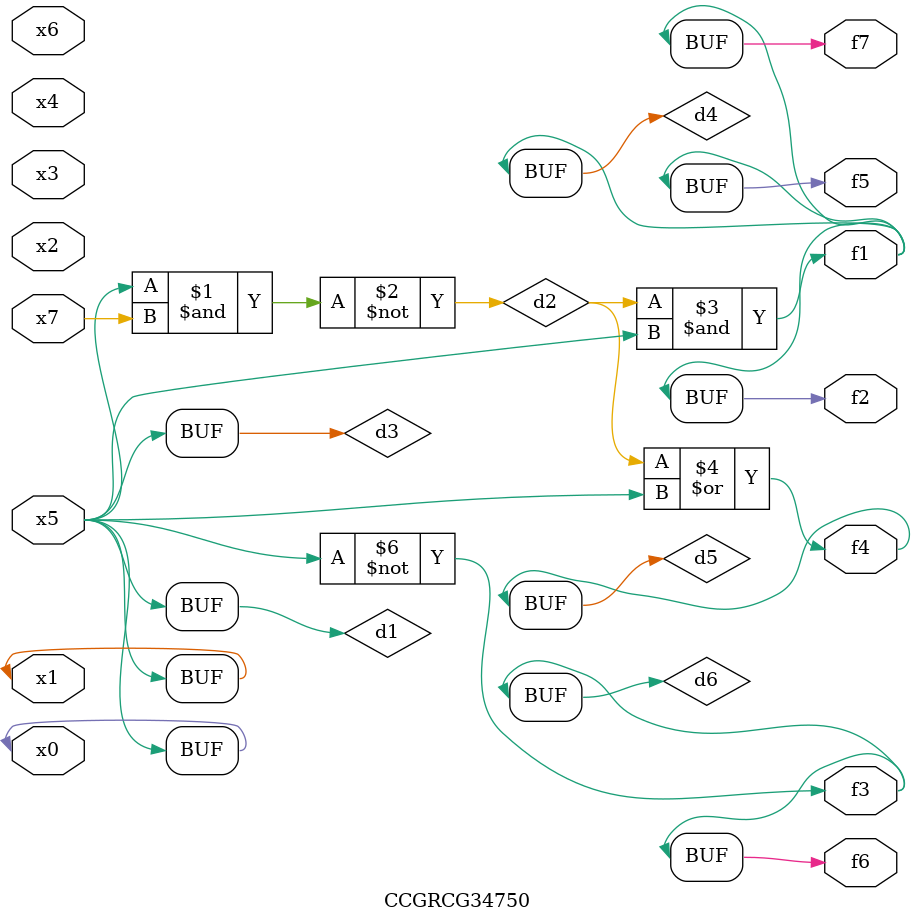
<source format=v>
module CCGRCG34750(
	input x0, x1, x2, x3, x4, x5, x6, x7,
	output f1, f2, f3, f4, f5, f6, f7
);

	wire d1, d2, d3, d4, d5, d6;

	buf (d1, x0, x5);
	nand (d2, x5, x7);
	buf (d3, x0, x1);
	and (d4, d2, d3);
	or (d5, d2, d3);
	nor (d6, d1, d3);
	assign f1 = d4;
	assign f2 = d4;
	assign f3 = d6;
	assign f4 = d5;
	assign f5 = d4;
	assign f6 = d6;
	assign f7 = d4;
endmodule

</source>
